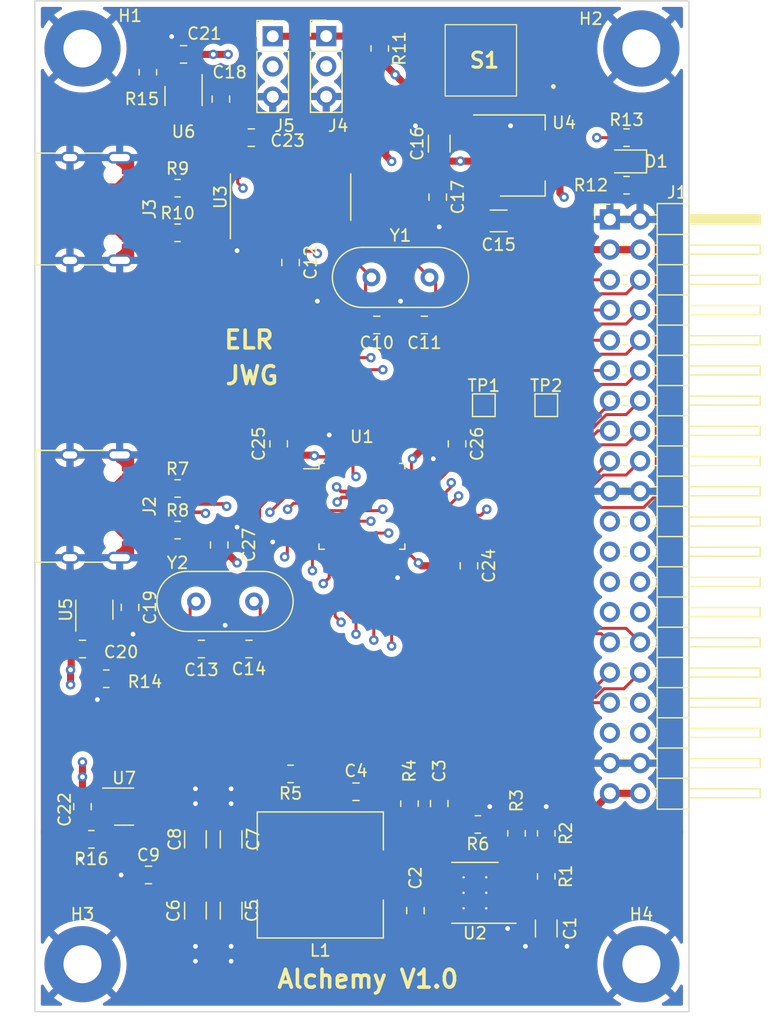
<source format=kicad_pcb>
(kicad_pcb (version 20211014) (generator pcbnew)
  (layers (0 "F.Cu" signal) (1 "In1.Cu" signal) (2 "In2.Cu" signal) (31 "B.Cu" signal) (34 "B.Paste" user) (35 "F.Paste" user) (36 "B.SilkS" user "B.Silkscreen") (37 "F.SilkS" user "F.Silkscreen") (38 "B.Mask" user) (39 "F.Mask" user) (44 "Edge.Cuts" user))
  (net 0 "")
  (net 2 "Net-(C10-Pad1)")
  (net 3 "Net-(C11-Pad2)")
  (net 4 "+3V3")
  (net 5 "Net-(C13-Pad1)")
  (net 6 "Net-(C14-Pad1)")
  (net 7 "Net-(D1-Pad1)")
  (net 8 "/I2C1_SDA")
  (net 9 "/I2C1_SCL")
  (net 10 "/UART1_RX")
  (net 11 "/UART1_TX")
  (net 12 "/SPI1_MOSI")
  (net 13 "/SPI1_MISO")
  (net 14 "/SPI1_SCK")
  (net 15 "/SPI1_NCS")
  (net 16 "/SPI2_MOSI")
  (net 17 "/SPI2_MISO")
  (net 18 "/SPI2_SCK")
  (net 19 "/SPI2_NCS")
  (net 20 "/I2C2_SDA")
  (net 21 "/I2C2_SCL")
  (net 22 "/ADC0")
  (net 23 "/ADC1")
  (net 24 "/ADC2")
  (net 25 "/ADC3")
  (net 26 "/ADC4")
  (net 27 "/ADC5")
  (net 28 "/ADC6")
  (net 29 "/ADC7")
  (net 30 "/ADC8")
  (net 31 "/ADC9")
  (net 32 "/GPIO0")
  (net 33 "/GPIO1")
  (net 34 "/GPIO2")
  (net 35 "/GPIO3")
  (net 36 "Net-(J2-PadA5)")
  (net 37 "/USB1DP")
  (net 38 "/USB1DM")
  (net 40 "Net-(J2-PadB5)")
  (net 42 "Net-(J3-PadA5)")
  (net 43 "/USBSDP")
  (net 44 "/USBSDM")
  (net 46 "Net-(J3-PadB5)")
  (net 48 "/BOOT0")
  (net 49 "Net-(J5-Pad2)")
  (net 50 "/~RESET")
  (net 51 "/BOOT1")
  (net 54 "Net-(C18-Pad1)")
  (net 55 "Net-(C19-Pad1)")
  (net 56 "/CH_RXD")
  (net 57 "/CH_TXD")
  (net 58 "Net-(U3-Pad14)")
  (net 59 "Net-(U3-Pad10)")
  (net 61 "Net-(C4-Pad2)")
  (net 62 "Net-(TP1-Pad1)")
  (net 63 "Net-(TP2-Pad1)")
  (net 64 "Net-(R14-Pad1)")
  (net 65 "Net-(R15-Pad1)")
  (net 66 "Net-(R16-Pad1)")
  (net 69 "Net-(C2-Pad2)")
  (net 70 "Net-(R1-Pad1)")
  (net 72 "Net-(R3-Pad2)")
  (net 73 "Net-(C3-Pad1)")
  (net 74 "Net-(C2-Pad1)")
  (net 75 "GND")
  (net 76 "/VM")
  (net 77 "Net-(C3-Pad2)")
  (net 78 "+5V")
  (footprint "Capacitor_SMD:C_0805_2012Metric" (layer "F.Cu") (at 159 103.5 -90)
    (fp_text reference "C24")
    (fp_text value "0.1u" hide)
  )
  (footprint "Connector_USB:USB_C_Receptacle_HRO_TYPE-C-31-M-12" (layer "F.Cu") (at 126.5 73.5 -90)
    (fp_text reference "J3")
    (fp_text value "USB_C_Receptacle_USB2.0" hide)
  )
  (footprint "LED_SMD:LED_0805_2012Metric" (layer "F.Cu") (at 172.25 69.5 180)
    (fp_text reference "D1")
    (fp_text value "ORANGE" hide)
  )
  (footprint "Capacitor_SMD:C_0805_2012Metric" (layer "F.Cu") (at 135 60.5 180)
    (fp_text reference "C21")
    (fp_text value "0.1u" hide)
  )
  (footprint "SamacSys_Parts:LL3301NF065QG" (layer "F.Cu") (at 160 61 180)
    (fp_text reference "S1")
    (fp_text value "LL3301NF065QG" hide)
  )
  (footprint "Resistor_SMD:R_0805_2012Metric" (layer "F.Cu") (at 134.5 100.5)
    (fp_text reference "R8")
    (fp_text value "5K1" hide)
  )
  (footprint "Capacitor_SMD:C_0805_2012Metric" (layer "F.Cu") (at 126.5 123.75 -90)
    (fp_text reference "C22")
    (fp_text value "0.1u" hide)
  )
  (footprint "MountingHole:MountingHole_3.2mm_M3_Pad" (layer "F.Cu") (at 126.5 137)
    (fp_text reference "H3")
    (fp_text value "MountingHole_Pad")
  )
  (footprint "Resistor_SMD:R_0805_2012Metric" (layer "F.Cu") (at 134.5 97)
    (fp_text reference "R7")
    (fp_text value "5K1" hide)
  )
  (footprint "Capacitor_SMD:C_0805_2012Metric" (layer "F.Cu") (at 156.5 123.5 90)
    (fp_text reference "C3")
    (fp_text value "2.2n" hide)
  )
  (footprint "Resistor_SMD:R_0805_2012Metric" (layer "F.Cu") (at 172.25 67.5 180)
    (fp_text reference "R13")
    (fp_text value "4.7K" hide)
  )
  (footprint "TestPoint:TestPoint_Pad_1.5x1.5mm" (layer "F.Cu") (at 160.25 90)
    (fp_text reference "TP1")
    (fp_text value "SWCLK" hide)
  )
  (footprint "Inductor_SMD:L_10.4x10.4_H4.8" (layer "F.Cu") (at 146.5 129.5 180)
    (fp_text reference "L1")
    (fp_text value "100u" hide)
  )
  (footprint "Capacitor_SMD:C_1206_3216Metric" (layer "F.Cu") (at 139 126.5 -90)
    (fp_text reference "C7")
    (fp_text value "22u" hide)
  )
  (footprint "Resistor_SMD:R_0805_2012Metric" (layer "F.Cu") (at 163 126 -90)
    (fp_text reference "R3")
    (fp_text value "100k" hide)
  )
  (footprint "Connector_PinHeader_2.54mm:PinHeader_2x20_P2.54mm_Horizontal" (layer "F.Cu") (at 170.85 74.375)
    (fp_text reference "J1")
    (fp_text value "Conn_02x20_Odd_Even")
  )
  (footprint "Capacitor_SMD:C_0805_2012Metric" (layer "F.Cu") (at 149.5 122.5 180)
    (fp_text reference "C4")
    (fp_text value "2.2n" hide)
  )
  (footprint "Capacitor_SMD:C_0805_2012Metric" (layer "F.Cu") (at 136.5 110.5)
    (fp_text reference "C13")
    (fp_text value "20p" hide)
  )
  (footprint "Capacitor_SMD:C_1206_3216Metric" (layer "F.Cu") (at 139 132.5 90)
    (fp_text reference "C5")
    (fp_text value "22u" hide)
  )
  (footprint "Capacitor_SMD:C_0805_2012Metric" (layer "F.Cu") (at 138.14 64.261252 90)
    (fp_text reference "C18")
    (fp_text value "0.1u" hide)
  )
  (footprint "Crystal:Crystal_HC49-4H_Vertical" (layer "F.Cu") (at 150.8 79.25)
    (fp_text reference "Y1")
    (fp_text value "12Mz")
  )
  (footprint "Resistor_SMD:R_0805_2012Metric" (layer "F.Cu") (at 165.5 129.62 -90)
    (fp_text reference "R1")
    (fp_text value "100k" hide)
  )
  (footprint "Capacitor_SMD:C_0805_2012Metric" (layer "F.Cu") (at 151.25 83.25)
    (fp_text reference "C10")
    (fp_text value "20p" hide)
  )
  (footprint "Resistor_SMD:R_0805_2012Metric" (layer "F.Cu") (at 144 121 180)
    (fp_text reference "R5")
    (fp_text value "330k" hide)
  )
  (footprint "Capacitor_SMD:C_1206_3216Metric" (layer "F.Cu") (at 136 132.5 90)
    (fp_text reference "C6")
    (fp_text value "22u" hide)
  )
  (footprint "Resistor_SMD:R_0805_2012Metric" (layer "F.Cu") (at 134.5 75.5)
    (fp_text reference "R10")
    (fp_text value "5K1" hide)
  )
  (footprint "Connector_PinHeader_2.54mm:PinHeader_1x03_P2.54mm_Vertical" (layer "F.Cu") (at 142.5 58.975)
    (fp_text reference "J5")
    (fp_text value "Conn_01x03" hide)
  )
  (footprint "Resistor_SMD:R_0805_2012Metric" (layer "F.Cu") (at 154 123.5 90)
    (fp_text reference "R4")
    (fp_text value "560k" hide)
  )
  (footprint "Connector_PinHeader_2.54mm:PinHeader_1x03_P2.54mm_Vertical" (layer "F.Cu") (at 147 58.96)
    (fp_text reference "J4")
    (fp_text value "Conn_01x03" hide)
  )
  (footprint "Capacitor_SMD:C_0805_2012Metric" (layer "F.Cu") (at 126.5 110.5)
    (fp_text reference "C20")
    (fp_text value "0.1u" hide)
  )
  (footprint "Capacitor_SMD:C_0805_2012Metric" (layer "F.Cu") (at 156.375 72.5 -90)
    (fp_text reference "C17")
    (fp_text value "1u" hide)
  )
  (footprint "Capacitor_SMD:C_0805_2012Metric" (layer "F.Cu") (at 143 93.25 90)
    (fp_text reference "C25")
    (fp_text value "0.1u" hide)
  )
  (footprint "Package_TO_SOT_SMD:SOT-23-5" (layer "F.Cu") (at 130 123.75)
    (fp_text reference "U7")
    (fp_text value "MT9700" hide)
  )
  (footprint "Capacitor_SMD:C_0805_2012Metric" (layer "F.Cu") (at 140.7 67.5)
    (fp_text reference "C23")
    (fp_text value "0.1u")
  )
  (footprint "Package_TO_SOT_SMD:SOT-23-5" (layer "F.Cu") (at 127.5 107.2 90)
    (fp_text reference "U5")
    (fp_text value "MT9700" hide)
  )
  (footprint "Resistor_SMD:R_0805_2012Metric" (layer "F.Cu") (at 172.25 71.5)
    (fp_text reference "R12")
    (fp_text value "470" hide)
  )
  (footprint "Resistor_SMD:R_0805_2012Metric" (layer "F.Cu") (at 151.5 60 -90)
    (fp_text reference "R11")
    (fp_text value "4.7K" hide)
  )
  (footprint "Capacitor_SMD:C_0805_2012Metric" (layer "F.Cu") (at 155.25 83.25)
    (fp_text reference "C11")
    (fp_text value "20p" hide)
  )
  (footprint "Connector_USB:USB_C_Receptacle_HRO_TYPE-C-31-M-12" (layer "F.Cu") (at 126.5 98.5 -90)
    (fp_text reference "J2")
    (fp_text value "USB_C_Receptacle_USB2.0" hide)
  )
  (footprint "Capacitor_SMD:C_1206_3216Metric" (layer "F.Cu") (at 136 126.5 -90)
    (fp_text reference "C8")
    (fp_text value "22u" hide)
  )
  (footprint "Capacitor_SMD:C_1206_3216Metric" (layer "F.Cu") (at 156.5 68 90)
    (fp_text reference "C16")
    (fp_text value "10u" hide)
  )
  (footprint "CH32V203:CH32V203C8T6_LQFP-48_7x7mm_P0.5mm" (layer "F.Cu") (at 150 98.5)
    (fp_text reference "U1")
    (fp_text value "CH32V203C8T6" hide)
  )
  (footprint "Capacitor_SMD:C_0805_2012Metric" (layer "F.Cu") (at 132.05 129.5)
    (fp_text reference "C9")
    (fp_text value "0.1u" hide)
  )
  (footprint "Resistor_SMD:R_0805_2012Metric" (layer "F.Cu") (at 127.25 126.5 180)
    (fp_text reference "R16")
    (fp_text value "4.7k" hide)
  )
  (footprint "Package_TO_SOT_SMD:SOT-223-3_TabPin2" (layer "F.Cu") (at 163.5 69)
    (fp_text reference "U4")
    (fp_text value "AMS1117-3.3" hide)
  )
  (footprint "Capacitor_SMD:C_0805_2012Metric" (layer "F.Cu") (at 140.5 110.5 180)
    (fp_text reference "C14")
    (fp_text value "20p" hide)
  )
  (footprint "Capacitor_SMD:C_0805_2012Metric" (layer "F.Cu") (at 130.5 107 -90)
    (fp_text reference "C19")
    (fp_text value "0.1u" hide)
  )
  (footprint "Resistor_SMD:R_0805_2012Metric" (layer "F.Cu") (at 159.75 125.25 180)
    (fp_text reference "R6")
    (fp_text value "100k" hide)
  )
  (footprint "MountingHole:MountingHole_3.2mm_M3_Pad" (layer "F.Cu") (at 173.5 60)
    (fp_text reference "H2")
    (fp_text value "MountingHole_Pad")
  )
  (footprint "Resistor_SMD:R_0805_2012Metric" (layer "F.Cu") (at 165.5 126 -90)
    (fp_text reference "R2")
    (fp_text value "22k" hide)
  )
  (footprint "Crystal:Crystal_HC49-4H_Vertical" (layer "F.Cu") (at 136.05 106.5)
    (fp_text reference "Y2")
    (fp_text value "8MHz" hide)
  )
  (footprint "Capacitor_SMD:C_0805_2012Metric" (layer "F.Cu") (at 154.5 132.5 -90)
    (fp_text reference "C2")
    (fp_text value "2.2n" hide)
  )
  (footprint "MountingHole:MountingHole_3.2mm_M3_Pad" (layer "F.Cu") (at 173.5 137)
    (fp_text reference "H4")
    (fp_text value "MountingHole_Pad")
  )
  (footprint "Resistor_SMD:R_0805_2012Metric" (layer "F.Cu") (at 128.5 113 180)
    (fp_text reference "R14")
    (fp_text value "4.7k" hide)
  )
  (footprint "Package_SO:SOP-16_3.9x9.9mm_P1.27mm" (layer "F.Cu") (at 144 72.5 90)
    (fp_text reference "U3")
    (fp_text value "CH340G" hide)
  )
  (footprint "Package_SO:HSOP-8-1EP_3.9x4.9mm_P1.27mm_EP2.41x3.1mm_ThermalVias" (layer "F.Cu") (at 159.5 131 180)
    (fp_text reference "U2")
    (fp_text value "LM5164DDA" hide)
  )
  (footprint "Resistor_SMD:R_0805_2012Metric" (layer "F.Cu") (at 134.5 71.75)
    (fp_text reference "R9")
    (fp_text value "5K1" hide)
  )
  (footprint "Capacitor_SMD:C_0805_2012Metric" (layer "F.Cu") (at 144 78 -90)
    (fp_text reference "C12")
    (fp_text value "0.1u" hide)
  )
  (footprint "TestPoint:TestPoint_Pad_1.5x1.5mm" (layer "F.Cu") (at 165.5 90)
    (fp_text reference "TP2")
    (fp_text value "SWDIO" hide)
  )
  (footprint "Package_TO_SOT_SMD:SOT-23-5" (layer "F.Cu") (at 135 64 -90)
    (fp_text reference "U6")
    (fp_text value "MT9700" hide)
  )
  (footprint "Capacitor_SMD:C_0805_2012Metric" (layer "F.Cu") (at 138 101.75 90)
    (fp_text reference "C27")
    (fp_text value "0.1u" hide)
  )
  (footprint "MountingHole:MountingHole_3.2mm_M3_Pad" (layer "F.Cu") (at 126.5 60)
    (fp_text reference "H1")
    (fp_text value "MountingHole_Pad")
  )
  (footprint "Capacitor_SMD:C_0805_2012Metric" (layer "F.Cu") (at 158 93.25 -90)
    (fp_text reference "C26")
    (fp_text value "0.1u" hide)
  )
  (footprint "Capacitor_SMD:C_1206_3216Metric" (layer "F.Cu") (at 165.5 134 90)
    (fp_text reference "C1")
    (fp_text value "2.2u" hide)
  )
  (footprint "Capacitor_SMD:C_1206_3216Metric" (layer "F.Cu") (at 161.5 74.5)
    (fp_text reference "C15")
    (fp_text value "10u" hide)
  )
  (footprint "Resistor_SMD:R_0805_2012Metric" (layer "F.Cu") (at 132 62 90)
    (fp_text reference "R15")
    (fp_text value "4.7k" hide)
  )
  (gr_rect locked (start 122.5 56) (end 177.5 141) (layer "Edge.Cuts") (width 0.1) (fill none))
  (gr_text "JWG" (at 140.75 87.5) (layer "F.SilkS") (effects (font (size 1.5 1.5) (thickness 0.3))))
  (gr_text "ELR" (at 140.5 84.5) (layer "F.SilkS") (effects (font (size 1.5 1.5) (thickness 0.3))))
  (gr_text "Alchemy V1.0" (at 150.5 138.25) (layer "F.SilkS") (effects (font (size 1.5 1.5) (thickness 0.3))))
  (segment (start 150.3 79.75) (end 150.8 79.25) (width 0.25) (layer "F.Cu") (net 2))
  (segment (start 147.175 75) (end 147.175 75.625) (width 0.25) (layer "F.Cu") (net 2))
  (segment (start 150.3 83.75) (end 150.3 79.75) (width 0.25) (layer "F.Cu") (net 2))
  (segment (start 147.175 75.625) (end 150.8 79.25) (width 0.25) (layer "F.Cu") (net 2))
  (segment (start 156.2 83.75) (end 156.2 79.77) (width 0.25) (layer "F.Cu") (net 3))
  (segment (start 151.43 75) (end 155.68 79.25) (width 0.25) (layer "F.Cu") (net 3))
  (segment (start 148.445 75) (end 151.43 75) (width 0.25) (layer "F.Cu") (net 3))
  (segment (start 156.2 79.77) (end 155.68 79.25) (width 0.25) (layer "F.Cu") (net 3))
  (segment (start 146.25 67) (end 152 67) (width 0.6) (layer "F.Cu") (net 4))
  (segment (start 143 94.2) (end 145.95 94.2) (width 0.6) (layer "F.Cu") (net 4))
  (segment (start 154.1625 102.6625) (end 152.75 102.6625) (width 0.25) (layer "F.Cu") (net 4))
  (segment (start 143.725 102.525) (end 143.725 101.025) (width 0.25) (layer "F.Cu") (net 4))
  (segment (start 146.985 58.975) (end 147 58.96) (width 0.6) (layer "F.Cu") (net 4))
  (segment (start 146.05 77.05) (end 146.25 77.25) (width 0.25) (layer "F.Cu") (net 4))
  (segment (start 145.905 67.345) (end 146.25 67) (width 0.6) (layer "F.Cu") (net 4))
  (segment (start 143.5 102.75) (end 143.725 102.525) (width 0.25) (layer "F.Cu") (net 4))
  (segment (start 160.35 69) (end 166.65 69) (width 0.6) (layer "F.Cu") (net 4))
  (segment (start 154.1625 95.75) (end 154.1625 94.5875) (width 0.25) (layer "F.Cu") (net 4))
  (segment (start 158.275 69.475) (end 159.875 69.475) (width 0.6) (layer "F.Cu") (net 4))
  (segment (start 159.875 69.475) (end 160.35 69) (width 0.6) (layer "F.Cu") (net 4))
  (segment (start 145 99.75) (end 145.8375 99.75) (width 0.25) (layer "F.Cu") (net 4))
  (segment (start 142.5 58.975) (end 146.985 58.975) (width 0.6) (layer "F.Cu") (net 4))
  (segment (start 152 67) (end 152 65.25) (width 0.6) (layer "F.Cu") (net 4))
  (segment (start 156.5 71.425) (end 156.375 71.55) (width 0.6) (layer "F.Cu") (net 4))
  (segment (start 152 69) (end 152 67) (width 0.6) (layer "F.Cu") (net 4))
  (segment (start 166.65 69) (end 166.65 72.15) (width 0.6) (layer "F.Cu") (net 4))
  (segment (start 155 103.5) (end 158.05 103.5) (width 0.6) (layer "F.Cu") (net 4))
  (segment (start 147.25 94.3375) (end 146.0875 94.3375) (width 0.3) (layer "F.Cu") (net 4))
  (segment (start 139.555 70) (end 139.555 67.695) (width 0.25) (layer "F.Cu") (net 4))
  (segment (start 156.5 69.475) (end 158.275 69.475) (width 0.6) (layer "F.Cu") (net 4))
  (segment (start 154.75 103.25) (end 155 103.5) (width 0.6) (layer "F.Cu") (net 4))
  (segment (start 154.1625 94.5875) (end 154.25 94.5) (width 0.25) (layer "F.Cu") (net 4))
  (segment (start 144.635 70) (end 145.905 70) (width 0.6) (layer "F.Cu") (net 4))
  (segment (start 139.555 67.695) (end 139.75 67.5) (width 0.25) (layer "F.Cu") (net 4))
  (segment (start 154.75 103.25) (end 154.1625 102.6625) (width 0.25) (layer "F.Cu") (net 4))
  (segment (start 152.5 69.5) (end 152 69) (width 0.6) (layer "F.Cu") (net 4))
  (segment (start 149.54 58.96) (end 151.3725 58.96) (width 0.6) (layer "F.Cu") (net 4))
  (segment (start 147 58.96) (end 149.54 58.96) (width 0.6) (layer "F.Cu") (net 4))
  (segment (start 152 65.25) (end 149.54 62.79) (width 0.6) (layer "F.Cu") (net 4))
  (segment (start 138.95 102.7) (end 139.5 103.25) (width 0.6) (layer "F.Cu") (net 4))
  (segment (start 143.365 76.415) (end 144 77.05) (width 0.25) (layer "F.Cu") (net 4))
  (segment (start 156.5 69.475) (end 156.5 71.425) (width 0.6) (layer "F.Cu") (net 4))
  (segment (start 139.555 70) (end 139.555 71.305) (width 0.25) (layer "F.Cu") (net 4))
  (segment (start 151.3725 58.96) (end 151.5 59.0875) (width 0.6) (layer "F.Cu") (net 4))
  (segment (start 145.95 94.2) (end 146 94.25) (width 0.6) (layer "F.Cu") (net 4))
  (segment (start 158 92.3) (end 156.45 92.3) (width 0.6) (layer "F.Cu") (net 4))
  (segment (start 171.3125 69.5) (end 167.15 69.5) (width 0.6) (layer "F.Cu") (net 4))
  (segment (start 138 102.7) (end 138.95 102.7) (width 0.6) (layer "F.Cu") (net 4))
  (segment (start 145.905 70) (end 145.905 67.345) (width 0.6) (layer "F.Cu") (net 4))
  (segment (start 143.725 101.025) (end 145 99.75) (width 0.25) (layer "F.Cu") (net 4))
  (segment (start 146.0875 94.3375) (end 146 94.25) (width 0.3) (layer "F.Cu") (net 4))
  (segment (start 149.54 62.79) (end 149.54 58.96) (width 0.6) (layer "F.Cu") (net 4))
  (segment (start 158.05 103.5) (end 159 102.55) (width 0.6) (layer "F.Cu") (net 4))
  (segment (start 156.45 92.3) (end 154.25 94.5) (width 0.6) (layer "F.Cu") (net 4))
  (segment (start 167.15 69.5) (end 166.65 69) (width 0.6) (layer "F.Cu") (net 4))
  (segment (start 143.365 75) (end 143.365 76.415) (width 0.25) (layer "F.Cu") (net 4))
  (segment (start 166.65 72.15) (end 167 72.5) (width 0.6) (layer "F.Cu") (net 4))
  (segment (start 144 77.05) (end 146.05 77.05) (width 0.25) (layer "F.Cu") (net 4))
  (segment (start 139.555 71.305) (end 140 71.75) (width 0.25) (layer "F.Cu") (net 4))
  (via (at 154.25 94.5) (size 0.8) (drill 0.4) (layers "F.Cu" "B.Cu") (net 4))
  (via (at 158.275 69.475) (size 0.8) (drill 0.4) (layers "F.Cu" "B.Cu") (net 4))
  (via (at 143.5 102.75) (size 0.8) (drill 0.4) (layers "F.Cu" "B.Cu") (net 4))
  (via (at 167 72.5) (size 0.8) (drill 0.4) (layers "F.Cu" "B.Cu") (net 4))
  (via (at 146 94.25) (size 0.8) (drill 0.4) (layers "F.Cu" "B.Cu") (net 4))
  (via (at 140 71.75) (size 0.8) (drill 0.4) (layers "F.Cu" "B.Cu") (net 4))
  (via (at 152.5 69.5) (size 0.8) (drill 0.4) (layers "F.Cu" "B.Cu") (net 4))
  (via (at 146.25 77.25) (size 0.8) (drill 0.4) (layers "F.Cu" "B.Cu") (net 4))
  (via (at 139.5 103.25) (size 0.8) (drill 0.4) (layers "F.Cu" "B.Cu") (net 4))
  (via (at 154.75 103.25) (size 0.8) (drill 0.4) (layers "F.Cu" "B.Cu") (net 4))
  (segment (start 135.55 107) (end 136.05 106.5) (width 0.25) (layer "F.Cu") (net 5))
  (segment (start 135.55 110.5) (end 135.55 107) (width 0.25) (layer "F.Cu") (net 5))
  (segment (start 142.262299 99) (end 143.512299 97.75) (width 0.25) (layer "F.Cu") (net 5))
  (segment (start 143.512299 97.75) (end 145.8375 97.75) (width 0.25) (layer "F.Cu") (net 5))
  (via (at 142.262299 99) (size 0.8) (drill 0.4) (layers "F.Cu" "B.Cu") (net 5))
  (segment (start 143.75 98.75) (end 144.25 98.25) (width 0.25) (layer "F.Cu") (net 6))
  (segment (start 144.25 98.25) (end 145.8375 98.25) (width 0.25) (layer "F.Cu") (net 6))
  (segment (start 141.45 107.02) (end 140.93 106.5) (width 0.25) (layer "F.Cu") (net 6))
  (segment (start 141.45 110.5) (end 141.45 107.02) (width 0.25) (layer "F.Cu") (net 6))
  (via (at 143.75 98.75) (size 0.8) (drill 0.4) (layers "F.Cu" "B.Cu") (net 6))
  (segment (start 173.1625 71.5) (end 173.1625 69.525) (width 0.6) (layer "F.Cu") (net 7))
  (segment (start 173.1625 69.525) (end 173.1875 69.5) (width 0.6) (layer "F.Cu") (net 7))
  (segment (start 148.25 92.977208) (end 148.25 94.3375) (width 0.25) (layer "F.Cu") (net 8))
  (segment (start 161.772208 79.455) (end 148.25 92.977208) (width 0.25) (layer "F.Cu") (net 8))
  (segment (start 170.85 79.455) (end 161.772208 79.455) (width 0.25) (layer "F.Cu") (net 8))
  (segment (start 172.215 80.63) (end 161.233604 80.63) (width 0.25) (layer "F.Cu") (net 9))
  (segment (start 173.39 79.455) (end 172.215 80.63) (width 0.25) (layer "F.Cu") (net 9))
  (segment (start 148.75 93.113604) (end 148.75 94.3375) (width 0.25) (layer "F.Cu") (net 9))
  (segment (start 161.233604 80.63) (end 148.75 93.113604) (width 0.25) (layer "F.Cu") (net 9))
  (segment (start 160.511497 81.995) (end 149.75 92.756497) (width 0.25) (layer "F.Cu") (net 10))
  (segment (start 170.85 81.995) (end 160.511497 81.995) (width 0.25) (layer "F.Cu") (net 10))
  (segment (start 149.75 92.756497) (end 149.75 94.3375) (width 0.25) (layer "F.Cu") (net 10))
  (segment (start 150.25 92.892893) (end 150.25 94.3375) (width 0.25) (layer "F.Cu") (net 11))
  (segment (start 159.972893 83.17) (end 150.25 92.892893) (width 0.25) (layer "F.Cu") (net 11))
  (segment (start 173.39 81.995) (end 172.215 83.17) (width 0.25) (layer "F.Cu") (net 11))
  (segment (start 172.215 83.17) (end 159.972893 83.17) (width 0.25) (layer "F.Cu") (net 11))
  (segment (start 159.244289 84.535) (end 150.75 93.029289) (width 0.25) (layer "F.Cu") (net 12))
  (segment (start 150.75 93.029289) (end 150.75 94.3375) (width 0.25) (layer "F.Cu") (net 12))
  (segment (start 170.85 84.535) (end 159.244289 84.535) (width 0.25) (layer "F.Cu") (net 12))
  (segment (start 158.705685 85.71) (end 151.25 93.165685) (width 0.25) (layer "F.Cu") (net 13))
  (segment (start 173.39 84.535) (end 172.215 85.71) (width 0.25) (layer "F.Cu") (net 13))
  (segment (start 172.215 85.71) (end 158.705685 85.71) (width 0.25) (layer "F.Cu") (net 13))
  (segment (start 151.25 93.165685) (end 151.25 94.3375) (width 0.25) (layer "F.Cu") (net 13))
  (segment (start 157.977081 87.075) (end 151.75 93.302081) (width 0.25) (layer "F.Cu") (net 14))
  (segment (start 151.75 93.302081) (end 151.75 94.3375) (width 0.25) (layer "F.Cu") (net 14))
  (segment (start 170.85 87.075) (end 157.977081 87.075) (width 0.25) (layer "F.Cu") (net 14))
  (segment (start 152.25 93.438477) (end 152.25 94.3375) (width 0.25) (layer "F.Cu") (net 15))
  (segment (start 157.438477 88.25) (end 152.25 93.438477) (width 0.25) (layer "F.Cu") (net 15))
  (segment (start 172.215 88.25) (end 157.438477 88.25) (width 0.25) (layer "F.Cu") (net 15))
  (segment (start 173.39 87.075) (end 172.215 88.25) (width 0.25) (layer "F.Cu") (net 15))
  (segment (start 170.85 89.615) (end 170.85 90.15) (width 0.25) (layer "F.Cu") (net 16))
  (segment (start 160.977208 99.75) (end 154.1625 99.75) (width 0.25) (layer "F.Cu") (net 16))
  (segment (start 169.208604 91.498299) (end 169.208604 91.518604) (width 0.25) (layer "F.Cu") (net 16))
  (segment (start 170.366903 90.34) (end 169.208604 91.498299) (width 0.25) (layer "F.Cu") (net 16))
  (segment (start 170.85 90.15) (end 170.66 90.34) (width 0.25) (layer "F.Cu") (net 16))
  (segment (start 170.66 90.34) (end 170.366903 90.34) (width 0.25) (layer "F.Cu") (net 16))
  (segment (start 169.208604 91.518604) (end 160.977208 99.75) (width 0.25) (layer "F.Cu") (net 16))
  (segment (start 172.215 90.79) (end 170.553299 90.79) (width 0.25) (layer "F.Cu") (net 17))
  (segment (start 170.553299 90.79) (end 169.658604 91.684695) (width 0.25) (layer "F.Cu") (net 17))
  (segment (start 169.658604 91.684695) (end 169.658604 91.705) (width 0.25) (layer "F.Cu") (net 17))
  (segment (start 169.658604 91.705) (end 161.113604 100.25) (width 0.25) (layer "F.Cu") (net 17))
  (segment (start 161.113604 100.25) (end 154.1625 100.25) (width 0.25) (layer "F.Cu") (net 17))
  (segment (start 173.39 89.615) (end 172.215 90.79) (width 0.25) (layer "F.Cu") (net 17))
  (segment (start 161.25 100.75) (end 169.845 92.155) (width 0.25) (layer "F.Cu") (net 18))
  (segment (start 154.1625 100.75) (end 161.25 100.75) (width 0.25) (layer "F.Cu") (net 18))
  (segment (start 169.845 92.155) (end 170.85 92.155) (width 0.25) (layer "F.Cu") (net 18))
  (segment (start 169.306396 93.33) (end 172.215 93.33) (width 0.25) (layer "F.Cu") (net 19))
  (segment (start 172.215 93.33) (end 173.39 92.155) (width 0.25) (layer "F.Cu") (net 19))
  (segment (start 161.386396 101.25) (end 169.306396 93.33) (width 0.25) (layer "F.Cu") (net 19))
  (segment (start 154.1625 101.25) (end 161.386396 101.25) (width 0.25) (layer "F.Cu") (net 19))
  (segment (start 159.995 105.55) (end 152.55 105.55) (width 0.25) (layer "F.Cu") (net 20))
  (segment (start 151.75 104.75) (end 151.75 102.6625) (width 0.25) (layer "F.Cu") (net 20))
  (segment (start 170.85 94.695) (end 159.995 105.55) (width 0.25) (layer "F.Cu") (net 20))
  (segment (start 152.55 105.55) (end 151.75 104.75) (width 0.25) (layer "F.Cu") (net 20))
  (segment (start 152 106) (end 151.25 105.25) (width 0.25) (layer "F.Cu") (net 21))
  (segment (start 170.311396 95.87) (end 160.181396 106) (width 0.25) (layer "F.Cu") (net 21))
  (segment (start 173.39 94.695) (end 172.215 95.87) (width 0.25) (layer "F.Cu") (net 21))
  (segment (start 172.215 95.87) (end 170.311396 95.87) (width 0.25) (layer "F.Cu") (net 21))
  (segment (start 151.25 105.25) (end 151.25 102.6625) (width 0.25) (layer "F.Cu") (net 21))
  (segment (start 160.181396 106) (end 152 106) (width 0.25) (layer "F.Cu") (net 21))
  (segment (start 147.140685 99.75) (end 146.640685 100.25) (width 0.25) (layer "F.Cu") (net 22))
  (segment (start 146.640685 100.25) (end 145.8375 100.25) (width 0.25) (layer "F.Cu") (net 22))
  (segment (start 150.75 99.75) (end 147.140685 99.75) (width 0.25) (layer "F.Cu") (net 22))
  (via (at 150.75 99.75) (size 0.8) (drill 0.4) (layers "F.Cu" "B.Cu") (net 22))
  (segment (start 152.25 100.75) (end 145.8375 100.75) (width 0.25) (layer "F.Cu") (net 23))
  (via (at 152.25 100.75) (size 0.8) (drill 0.4) (layers "F.Cu" "B.Cu") (net 23))
  (segment (start 145.8375 103.9125) (end 145.8375 101.25) (width 0.25) (layer "F.Cu") (net 24))
  (via (at 145.8375 103.9125) (size 0.8) (drill 0.4) (layers "F.Cu" "B.Cu") (net 24))
  (segment (start 147.25 104.5) (end 146.75 105) (width 0.25) (layer "F.Cu") (net 25))
  (segment (start 147.25 102.6625) (end 147.25 104.5) (width 0.25) (layer "F.Cu") (net 25))
  (via (at 146.75 105) (size 0.8) (drill 0.4) (layers "F.Cu" "B.Cu") (net 25))
  (segment (start 148.25 108.25) (end 147.75 107.75) (width 0.25) (layer "F.Cu") (net 26))
  (segment (start 147.75 107.75) (end 147.75 102.6625) (width 0.25) (layer "F.Cu") (net 26))
  (via (at 148.25 108.25) (size 0.8) (drill 0.4) (layers "F.Cu" "B.Cu") (net 26))
  (segment (start 149.5 109.25) (end 149.5 108.25) (width 0.25) (layer "F.Cu") (net 27))
  (segment (start 148.25 107) (end 148.25 102.6625) (width 0.25) (layer "F.Cu") (net 27))
  (segment (start 149.5 108.25) (end 148.25 107) (width 0.25) (layer "F.Cu") (net 27))
  (via (at 149.5 109.25) (size 0.8) (drill 0.4) (layers "F.Cu" "B.Cu") (net 27))
  (segment (start 151 109.75) (end 151 108.75) (width 0.25) (layer "F.Cu") (net 28))
  (segment (start 148.75 106.5) (end 148.75 102.6625) (width 0.25) (layer "F.Cu") (net 28))
  (segment (start 151 108.75) (end 148.75 106.5) (width 0.25) (layer "F.Cu") (net 28))
  (via (at 151 109.75) (size 0.8) (drill 0.4) (layers "F.Cu" "B.Cu") (net 28))
  (segment (start 152.5 110.25) (end 152.5 109.045584) (width 0.25) (layer "F.Cu") (net 29))
  (segment (start 149.25 105.795584) (end 149.25 102.6625) (width 0.25) (layer "F.Cu") (net 29))
  (segment (start 152.5 109.045584) (end 149.25 105.795584) (width 0.25) (layer "F.Cu") (net 29))
  (via (at 152.5 110.25) (size 0.8) (drill 0.4) (layers "F.Cu" "B.Cu") (net 29))
  (segment (start 157.95 107.45) (end 151.540812 107.45) (width 0.25) (layer "F.Cu") (net 30))
  (segment (start 159.71 109.21) (end 157.95 107.45) (width 0.25) (layer "F.Cu") (net 30))
  (segment (start 149.75 105.659188) (end 149.75 102.6625) (width 0.25) (layer "F.Cu") (net 30))
  (segment (start 170.85 109.935) (end 170.125 109.21) (width 0.25) (layer "F.Cu") (net 30))
  (segment (start 151.540812 107.45) (end 149.75 105.659188) (width 0.25) (layer "F.Cu") (net 30))
  (segment (start 170.125 109.21) (end 159.71 109.21) (width 0.25) (layer "F.Cu") (net 30))
  (segment (start 150.25 105.522792) (end 150.25 102.6625) (width 0.25) (layer "F.Cu") (net 31))
  (segment (start 172.215 108.76) (end 159.896396 108.76) (width 0.25) (layer "F.Cu") (net 31))
  (segment (start 151.727208 107) (end 150.25 105.522792) (width 0.25) (layer "F.Cu") (net 31))
  (segment (start 158.136396 107) (end 151.727208 107) (width 0.25) (layer "F.Cu") (net 31))
  (segment (start 159.896396 108.76) (end 158.136396 107) (width 0.25) (layer "F.Cu") (net 31))
  (segment (start 173.39 109.935) (end 172.215 108.76) (width 0.25) (layer "F.Cu") (net 31))
  (segment (start 169.21 114.115) (end 152.365 114.115) (width 0.25) (layer "F.Cu") (net 32))
  (segment (start 170.85 112.475) (end 169.21 114.115) (width 0.25) (layer "F.Cu") (net 32))
  (segment (start 141.4 98.6) (end 142.75 97.25) (width 0.25) (layer "F.Cu") (net 32))
  (segment (start 141.4 103.15) (end 141.4 98.6) (width 0.25) (layer "F.Cu") (net 32))
  (segment (start 142.75 97.25) (end 145.8375 97.25) (width 0.25) (layer "F.Cu") (net 32))
  (segment (start 152.365 114.115) (end 141.4 103.15) (width 0.25) (layer "F.Cu") (net 32))
  (segment (start 140.95 103.336396) (end 140.95 98.413604) (width 0.25) (layer "F.Cu") (net 33))
  (segment (start 170.363299 113.84) (end 169.638299 114.565) (width 0.25) (layer "F.Cu") (net 33))
  (segment (start 152.178604 114.565) (end 140.95 103.336396) (width 0.25) (layer "F.Cu") (net 33))
  (segment (start 140.95 98.413604) (end 142.613604 96.75) (width 0.25) (layer "F.Cu") (net 33))
  (segment (start 169.638299 114.565) (end 152.178604 114.565) (width 0.25) (layer "F.Cu") (net 33))
  (segment (start 173.39 112.475) (end 172.025 113.84) (width 0.25) (layer "F.Cu") (net 33))
  (segment (start 142.613604 96.75) (end 145.8375 96.75) (width 0.25) (layer "F.Cu") (net 33))
  (segment (start 172.025 113.84) (end 170.363299 113.84) (width 0.25) (layer "F.Cu") (net 33))
  (segment (start 140.5 103.522792) (end 140.5 98.227208) (width 0.25) (layer "F.Cu") (net 34))
  (segment (start 142.477208 96.25) (end 145.8375 96.25) (width 0.25) (layer "F.Cu") (net 34))
  (segment (start 140.5 98.227208) (end 142.477208 96.25) (width 0.25) (layer "F.Cu") (net 34))
  (segment (start 170.85 115.015) (end 151.992208 115.015) (width 0.25) (layer "F.Cu") (net 34))
  (segment (start 151.992208 115.015) (end 140.5 103.522792) (width 0.25) (layer "F.Cu") (net 34))
  (segment (start 160.5 98.75) (end 160 99.25) (width 0.25) (layer "F.Cu") (net 35))
  (segment (start 160 99.25) (end 154.1625 99.25) (width 0.25) (layer "F.Cu") (net 35))
  (via (at 160.5 98.75) (size 0.8) (drill 0.4) (layers "F.Cu" "B.Cu") (net 35))
  (segment (start 130.545 97.25) (end 133.3375 97.25) (width 0.25) (layer "F.Cu") (net 36))
  (segment (start 133.3375 97.25) (end 133.5875 97) (width 0.25) (layer "F.Cu") (net 36))
  (segment (start 130.545 99.25) (end 131.5 99.25) (width 0.25) (layer "F.Cu") (net 37))
  (segment (start 148.25 97.25) (end 154.1625 97.25) (width 0.3) (layer "F.Cu") (net 37))
  (segment (start 131.5 99.25) (end 131.75 99) (width 0.25) (layer "F.Cu") (net 37))
  (segment (start 136.75 99) (end 131.75 99) (width 0.3) (layer "F.Cu") (net 37))
  (segment (start 131.75 98.5) (end 131.75 99) (width 0.25) (layer "F.Cu") (net 37))
  (segment (start 136.84467 99.09467) (end 136.75 99) (width 0.3) (layer "F.Cu") (net 37))
  (segment (start 131.5 98.25) (end 131.75 98.5) (width 0.25) (layer "F.Cu") (net 37))
  (segment (start 147.875 96.875) (end 148.25 97.25) (width 0.3) (layer "F.Cu") (net 37))
  (segment (start 130.545 98.25) (end 131.5 98.25) (width 0.25) (layer "F.Cu") (net 37))
  (via (at 147.875 96.875) (size 0.8) (drill 0.4) (layers "F.Cu" "B.Cu") (net 37))
  (via (at 136.84467 99.09467) (size 0.8) (drill 0.4) (layers "F.Cu" "B.Cu") (net 37))
  (segment (start 129.52 97.75) (end 129.25 98.02) (width 0.25) (layer "F.Cu") (net 38))
  (segment (start 138.625 98.5) (end 138.428248 98.303248) (width 0.3) (layer "F.Cu") (net 38))
  (segment (start 132.433578 98.303248) (end 131.88033 97.75) (width 0.3) (layer "F.Cu") (net 38))
  (segment (start 138.428248 98.303248) (end 132.433578 98.303248) (width 0.3) (layer "F.Cu") (net 38))
  (segment (start 130.545 97.75) (end 129.52 97.75) (width 0.25) (layer "F.Cu") (net 38))
  (segment (start 147.920091 98.139865) (end 148.309956 97.75) (width 0.3) (layer "F.Cu") (net 38))
  (segment (start 130.545 97.75) (end 131.88033 97.75) (width 0.3) (layer "F.Cu") (net 38))
  (segment (start 129.25 98.02) (end 129.25 98.5) (width 0.25) (layer "F.Cu") (net 38))
  (segment (start 129.25 98.5) (end 129.5 98.75) (width 0.25) (layer "F.Cu") (net 38))
  (segment (start 148.309956 97.75) (end 154.1625 97.75) (width 0.3) (layer "F.Cu") (net 38))
  (segment (start 129.5 98.75) (end 130.545 98.75) (width 0.25) (layer "F.Cu") (net 38))
  (via (at 147.920091 98.139865) (size 0.8) (drill 0.4) (layers "F.Cu" "B.Cu") (net 38))
  (via (at 138.625 98.5) (size 0.8) (drill 0.4) (layers "F.Cu" "B.Cu") (net 38))
  (segment (start 133.3375 100.25) (end 133.5875 100.5) (width 0.25) (layer "F.Cu") (net 40))
  (segment (start 130.545 100.25) (end 133.3375 100.25) (width 0.25) (layer "F.Cu") (net 40))
  (segment (start 130.545 72.25) (end 133.0875 72.25) (width 0.25) (layer "F.Cu") (net 42))
  (segment (start 133.0875 72.25) (end 133.5875 71.75) (width 0.25) (layer "F.Cu") (net 42))
  (segment (start 130.545 74.25) (end 131.5 74.25) (width 0.3) (layer "F.Cu") (net 43))
  (segment (start 131.75 74) (end 131.75 73.75) (width 0.3) (layer "F.Cu") (net 43))
  (segment (start 131.85 73.65) (end 143.722107 73.65) (width 0.3) (layer "F.Cu") (net 43))
  (segment (start 131.75 73.75) (end 131.85 73.65) (width 0.3) (layer "F.Cu") (net 43))
  (segment (start 144.635 74.562893) (end 144.635 75) (width 0.3) (layer "F.Cu") (net 43))
  (segment (start 131.75 73.5) (end 131.5 73.25) (width 0.3) (layer "F.Cu") (net 43))
  (segment (start 143.722107 73.65) (end 144.635 74.562893) (width 0.3) (layer "F.Cu") (net 43))
  (segment (start 131.5 74.25) (end 131.75 74) (width 0.3) (layer "F.Cu") (net 43))
  (segment (start 131.5 73.25) (end 130.545 73.25) (width 0.3) (layer "F.Cu") (net 43))
  (segment (start 131.75 73.75) (end 131.75 73.5) (width 0.3) (layer "F.Cu") (net 43))
  (segment (start 132.096752 73.175) (end 144.675 73.175) (width 0.25) (layer "F.Cu") (net 44))
  (segment (start 130.545 72.75) (end 131.671752 72.75) (width 0.25) (layer "F.Cu") (net 44))
  (segment (start 129.25 73.5) (end 129.5 73.75) (width 0.3) (layer "F.Cu") (net 44))
  (segment (start 130.545 72.75) (end 129.52 72.75) (width 0.3) (layer "F.Cu") (net 44))
  (segment (start 129.27 73) (end 129.25 73) (width 0.3) (layer "F.Cu") (net 44))
  (segment (start 131.671752 72.75) (end 132.096752 73.175) (width 0.25) (layer "F.Cu") (net 44))
  (segment (start 129.25 73) (end 129.25 73.5) (width 0.3) (layer "F.Cu") (net 44))
  (segment (start 129.52 72.75) (end 129.27 73) (width 0.3) (layer "F.Cu") (net 44))
  (segment (start 145.905 74.405) (end 145.905 75) (width 0.25) (layer "F.Cu") (net 44))
  (segment (start 129.5 73.75) (end 130.545 73.75) (width 0.3) (layer "F.Cu") (net 44))
  (segment (start 144.675 73.175) (end 145.905 74.405) (width 0.25) (layer "F.Cu") (net 44))
  (segment (start 130.545 75.25) (end 133.3375 75.25) (width 0.25) (layer "F.Cu") (net 46))
  (segment (start 133.3375 75.25) (end 133.5875 75.5) (width 0.25) (layer "F.Cu") (net 46))
  (segment (start 149.25 95.75) (end 149.5 96) (width 0.25) (layer "F.Cu") (net 48))
  (segment (start 149.25 94.3375) (end 149.25 95.75) (width 0.25) (layer "F.Cu") (net 48))
  (via (at 149.5 96) (size 0.8) (drill 0.4) (layers "F.Cu" "B.Cu") (net 48))
  (segment (start 171.3375 67.5) (end 169.75 67.5) (width 0.25) (layer "F.Cu") (net 49))
  (via (at 169.75 67.5) (size 0.8) (drill 0.4) (layers "F.Cu" "B.Cu") (net 49))
  (segment (start 151.635135 98.864865) (end 146.75555 98.864865) (width 0.25) (layer "F.Cu") (net 50))
  (segment (start 146.640685 98.75) (end 145.8375 98.75) (width 0.25) (layer "F.Cu") (net 50))
  (segment (start 153.8375 63.25) (end 155.45 63.25) (width 0.6) (layer "F.Cu") (net 50))
  (segment (start 146.75555 98.864865) (end 146.640685 98.75) (width 0.25) (layer "F.Cu") (net 50))
  (segment (start 151.5 60.9125) (end 152.79375 62.20625) (width 0.6) (layer "F.Cu") (net 50))
  (segment (start 152.79375 62.20625) (end 153.8375 63.25) (width 0.6) (layer "F.Cu") (net 50))
  (segment (start 151.75 98.75) (end 151.635135 98.864865) (width 0.25) (layer "F.Cu") (net 50))
  (via (at 151.75 98.75) (size 0.8) (drill 0.4) (layers "F.Cu" "B.Cu") (net 50))
  (via (at 152.79375 62.20625) (size 0.8) (drill 0.4) (layers "F.Cu" "B.Cu") (net 50))
  (segment (start 174 67.5) (end 174.75 68.25) (width 0.25) (layer "F.Cu") (net 51))
  (segment (start 173.686701 98.6) (end 168.217792 98.6) (width 0.25) (layer "F.Cu") (net 51))
  (segment (start 150.75 105.386396) (end 150.75 102.6625) (width 0.25) (layer "F.Cu") (net 51))
  (segment (start 168.217792 98.6) (end 160.317792 106.5) (width 0.25) (layer "F.Cu") (net 51))
  (segment (start 151.863604 106.5) (end 150.75 105.386396) (width 0.25) (layer "F.Cu") (net 51))
  (segment (start 173.1625 67.5) (end 174 67.5) (width 0.25) (layer "F.Cu") (net 51))
  (segment (start 174.75 68.25) (end 174.75 97.536701) (width 0.25) (layer "F.Cu") (net 51))
  (segment (start 160.317792 106.5) (end 151.863604 106.5) (width 0.25) (layer "F.Cu") (net 51))
  (segment (start 174.75 97.536701) (end 173.686701 98.6) (width 0.25) (layer "F.Cu") (net 51))
  (segment (start 130.545 75.95) (end 129.798444 75.95) (width 0.3) (layer "F.Cu") (net 54))
  (segment (start 127.5 71.5) (end 127.5 75.5) (width 0.6) (layer "F.Cu") (net 54))
  (segment (start 127.5 68.5) (end 127.5 71.5) (width 0.6) (layer "F.Cu") (net 54))
  (segment (start 130.545 71.05) (end 129.798444 71.05) (width 0.3) (layer "F.Cu") (net 54))
  (segment (start 136.023752 65.211252) (end 135.95 65.1375) (width 0.25) (layer "F.Cu") (net 54))
  (segment (start 130.8625 65.1375) (end 127.5 68.5) (width 0.6) (layer "F.Cu") (net 54))
  (segment (start 135.95 65.1375) (end 134.05 65.1375) (width 0.6) (layer "F.Cu") (net 54))
  (segment (start 129.348444 71.5) (end 127.5 71.5) (width 0.3) (layer "F.Cu") (net 54))
  (segment (start 129.798444 71.05) (end 129.348444 71.5) (width 0.3) (layer "F.Cu") (net 54))
  (segment (start 134.05 65.1375) (end 130.8625 65.1375) (width 0.6) (layer "F.Cu") (net 54))
  (segment (start 138.14 65.211252) (end 136.023752 65.211252) (width 0.6) (layer "F.Cu") (net 54))
  (segment (start 129.348444 75.5) (end 127.5 75.5) (width 0.3) (layer "F.Cu") (net 54))
  (segment (start 129.798444 75.95) (end 129.348444 75.5) (width 0.3) (layer "F.Cu") (net 54))
  (segment (start 127.5625 106.0625) (end 126.55 106.0625) (width 0.6) (layer "F.Cu") (net 55))
  (segment (start 130.545 96.05) (end 129.798444 96.05) (width 0.3) (layer "F.Cu") (net 55))
  (segment (start 128.45 106.0625) (end 127.5625 106.0625) (width 0.6) (layer "F.Cu") (net 55))
  (segment (start 127.5625 99.8125) (end 127.5625 96.9375) (width 0.6) (layer "F.Cu") (net 55))
  (segment (start 130.545 100.95) (end 129.798444 100.95) (width 0.3) (layer "F.Cu") (net 55))
  (segment (start 129.798444 100.95) (end 128.660944 99.8125) (width 0.3) (layer "F.Cu") (net 55))
  (segment (start 128.910944 96.9375) (end 127.5625 96.9375) (width 0.3) (layer "F.Cu") (net 55))
  (segment (start 130.5 106.05) (end 128.4625 106.05) (width 0.6) (layer "F.Cu") (net 55))
  (segment (start 128.4625 106.05) (end 128.45 106.0625) (width 0.6) (layer "F.Cu") (net 55))
  (segment (start 127.5625 106.0625) (end 127.5625 99.8125) (width 0.6) (layer "F.Cu") (net 55))
  (segment (start 129.798444 96.05) (end 128.910944 96.9375) (width 0.3) (layer "F.Cu") (net 55))
  (segment (start 128.660944 99.8125) (end 127.5625 99.8125) (width 0.3) (layer "F.Cu") (net 55))
  (segment (start 150.75 86) (end 147.75 86) (width 0.25) (layer "F.Cu") (net 56))
  (segment (start 142.095 80.345) (end 142.095 75) (width 0.25) (layer "F.Cu") (net 56))
  (segment (start 147.75 86) (end 142.095 80.345) (width 0.25) (layer "F.Cu") (net 56))
  (segment (start 157.011724 98.75) (end 154.1625 98.75) (width 0.25) (layer "F.Cu") (net 56))
  (segment (start 158.130862 97.630862) (end 157.011724 98.75) (width 0.25) (layer "F.Cu") (net 56))
  (via (at 158.130862 97.630862) (size 0.8) (drill 0.4) (layers "F.Cu" "B.Cu") (net 56))
  (via (at 150.75 86) (size 0.8) (drill 0.4) (layers "F.Cu" "B.Cu") (net 56))
  (segment (start 157.512299 96.512299) (end 157.512299 96.851305) (width 0.25) (layer "F.Cu") (net 57))
  (segment (start 148.125655 87.012051) (end 140.825 79.711396) (width 0.25) (layer "F.Cu") (net 57))
  (segment (start 140.825 79.711396) (end 140.825 75) (width 0.25) (layer "F.Cu") (net 57))
  (segment (start 156.113604 98.25) (end 154.1625 98.25) (width 0.25) (layer "F.Cu") (net 57))
  (segment (start 157.512299 96.851305) (end 156.113604 98.25) (width 0.25) (layer "F.Cu") (net 57))
  (segment (start 151.762051 87.012051) (end 148.125655 87.012051) (width 0.25) (layer "F.Cu") (net 57))
  (via (at 151.762051 87.012051) (size 0.8) (drill 0.4) (layers "F.Cu" "B.Cu") (net 57))
  (via (at 157.512299 96.512299) (size 0.8) (drill 0.4) (layers "F.Cu" "B.Cu") (net 57))
  (segment (start 146.896751 71.95) (end 148.445 70.401751) (width 0.25) (layer "F.Cu") (net 58))
  (segment (start 142.095 70.401751) (end 143.643249 71.95) (width 0.25) (layer "F.Cu") (net 58))
  (segment (start 143.643249 71.95) (end 146.896751 71.95) (width 0.25) (layer "F.Cu") (net 58))
  (segment (start 148.445 70.401751) (end 148.445 70) (width 0.25) (layer "F.Cu") (net 58))
  (segment (start 142.095 70) (end 142.095 70.401751) (width 0.25) (layer "F.Cu") (net 58))
  (segment (start 143.365 70.401751) (end 144.463249 71.5) (width 0.25) (layer "F.Cu") (net 59))
  (segment (start 147.175 70.401751) (end 147.175 70) (width 0.25) (layer "F.Cu") (net 59))
  (segment (start 144.463249 71.5) (end 146.076751 71.5) (width 0.25) (layer "F.Cu") (net 59))
  (segment (start 143.365 70) (end 143.365 70.401751) (width 0.25) (layer "F.Cu") (net 59))
  (segment (start 146.076751 71.5) (end 147.175 70.401751) (width 0.25) (layer "F.Cu") (net 59))
  (segment (start 134.75 121) (end 143.0875 121) (width 0.6) (layer "F.Cu") (net 61))
  (segment (start 131.1375 122.8) (end 132.95 122.8) (width 0.6) (layer "F.Cu") (net 61))
  (segment (start 139 131.025) (end 136 131.025) (width 0.6) (layer "F.Cu") (net 61))
  (segment (start 148.55 122.5) (end 143.75 122.5) (width 0.6) (layer "F.Cu") (net 61))
  (segment (start 132.95 122.8) (end 133 122.75) (width 0.6) (layer "F.Cu") (net 61))
  (segment (start 139 129.5) (end 139 131.025) (width 0.6) (layer "F.Cu") (net 61))
  (segment (start 139 129.5) (end 136 129.5) (width 0.6) (layer "F.Cu") (net 61))
  (segment (start 133 129.5) (end 136 129.5) (width 0.6) (layer "F.Cu") (net 61))
  (segment (start 136 129.5) (end 136 131.025) (width 0.6) (layer "F.Cu") (net 61))
  (segment (start 131.1375 124.7) (end 131.1375 122.8) (width 0.6) (layer "F.Cu") (net 61))
  (segment (start 136 127.975) (end 136 129.5) (width 0.6) (layer "F.Cu") (net 61))
  (segment (start 133 122.75) (end 134.75 121) (width 0.6) (layer "F.Cu") (net 61))
  (segment (start 133 129.5) (end 133 122.75) (width 0.6) (layer "F.Cu") (net 61))
  (segment (start 143.75 122.5) (end 143.0875 121.8375) (width 0.6) (layer "F.Cu") (net 61))
  (segment (start 139 127.975) (end 136 127.975) (width 0.6) (layer "F.Cu") (net 61))
  (segment (start 142.35 129.5) (end 139 129.5) (width 0.6) (layer "F.Cu") (net 61))
  (segment (start 139 127.975) (end 139 129.5) (width 0.6) (layer "F.Cu") (net 61))
  (segment (start 143.0875 121.8375) (end 143.0875 121) (width 0.6) (layer "F.Cu") (net 61))
  (segment (start 157.0875 90) (end 160.25 90) (width 0.25) (layer "F.Cu") (net 62))
  (segment (start 152.75 94.3375) (end 157.0875 90) (width 0.25) (layer "F.Cu") (net 62))
  (segment (start 160.25 95.25) (end 165.5 90) (width 0.25) (layer "F.Cu") (net 63))
  (segment (start 156.025305 96.75) (end 157.525305 95.25) (width 0.25) (layer "F.Cu") (net 63))
  (segment (start 154.1625 96.75) (end 156.025305 96.75) (width 0.25) (layer "F.Cu") (net 63))
  (segment (start 157.525305 95.25) (end 160.25 95.25) (width 0.25) (layer "F.Cu") (net 63))
  (segment (start 129.4125 109.3) (end 129.4125 113) (width 0.6) (layer "F.Cu") (net 64))
  (segment (start 128.45 108.3375) (end 129.4125 109.3) (width 0.6) (layer "F.Cu") (net 64))
  (segment (start 134 62.9125) (end 134.05 62.8625) (width 0.25) (layer "F.Cu") (net 65))
  (segment (start 132 62.9125) (end 134 62.9125) (width 0.6) (layer "F.Cu") (net 65))
  (segment (start 128.1625 126.5) (end 128.1625 125.4) (width 0.6) (layer "F.Cu") (net 66))
  (segment (start 128.1625 125.4) (end 128.8625 124.7) (width 0.6) (layer "F.Cu") (net 66))
  (segment (start 154 124.4125) (end 150.65 127.7625) (width 0.6) (layer "F.Cu") (net 69))
  (segment (start 152.2 133.45) (end 150.65 131.9) (width 0.6) (layer "F.Cu") (net 69))
  (segment (start 154.5 133.45) (end 152.2 133.45) (width 0.6) (layer "F.Cu") (net 69))
  (segment (start 150.65 131.9) (end 150.65 129.5) (width 0.6) (layer "F.Cu") (net 69))
  (segment (start 150.65 127.7625) (end 150.65 129.5) (width 0.6) (layer "F.Cu") (net 69))
  (segment (start 156.305 133.45) (end 156.85 132.905) (width 0.6) (layer "F.Cu") (net 69))
  (segment (start 154.5 133.45) (end 156.305 133.45) (width 0.6) (layer "F.Cu") (net 69))
  (segment (start 164 129) (end 164 130) (width 0.6) (layer "F.Cu") (net 70))
  (segment (start 165.5 128.7075) (end 164.2925 128.7075) (width 0.6) (layer "F.Cu") (net 70))
  (segment (start 165.5 128.7075) (end 165.5 126.9125) (width 0.6) (layer "F.Cu") (net 70))
  (segment (start 163.635 130.365) (end 164 130) (width 0.6) (layer "F.Cu") (net 70))
  (segment (start 164.2925 128.7075) (end 164 129) (width 0.6) (layer "F.Cu") (net 70))
  (segment (start 162.15 130.365) (end 163.635 130.365) (width 0.6) (layer "F.Cu") (net 70))
  (segment (start 162.15 129.095) (end 163 128.245) (width 0.6) (layer "F.Cu") (net 72))
  (segment (start 163 128.245) (end 163 126.9125) (width 0.6) (layer "F.Cu") (net 72))
  (segment (start 156.5 124.45) (end 156.5 128.745) (width 0.6) (layer "F.Cu") (net 73))
  (segment (start 144.9125 121) (end 157.2125 121) (width 0.6) (layer "F.Cu") (net 73))
  (segment (start 157.2125 121) (end 158.0375 121.825) (width 0.6) (layer "F.Cu") (net 73))
  (segment (start 156.5 124.45) (end 158.0375 124.45) (width 0.6) (layer "F.Cu") (net 73))
  (segment (start 156.5 128.745) (end 156.85 129.095) (width 0.6) (layer "F.Cu") (net 73))
  (segment (start 158.0375 121.825) (end 158.0375 124.45) (width 0.6) (layer "F.Cu") (net 73))
  (segment (start 158.0375 124.45) (end 158.8375 125.25) (width 0.6) (layer "F.Cu") (net 73))
  (segment (start 156.85 131.635) (end 154.585 131.635) (width 0.6) (layer "F.Cu") (net 74))
  (segment (start 154.585 131.635) (end 154.5 131.55) (width 0.6) (layer "F.Cu") (net 74))
  (segment (start 153.05 104.45) (end 153 104.5) (width 0.6) (layer "F.Cu") (net 75))
  (segment (start 136 133.975) (end 136 136.75) (width 0.6) (layer "F.Cu") (net 75))
  (segment (start 126.3375 126.5) (end 126.3375 124.8625) (width 0.6) (layer "F.Cu") (net 75))
  (segment (start 162.5 60.8) (end 162.5 66.5) (width 0.6) (layer "F.Cu") (net 75))
  (segment (start 171.3375 71.5) (end 170.85 71.9875) (width 0.6) (layer "F.Cu") (net 75))
  (segment (start 134.75 70.25) (end 135.4125 70.9125) (width 0.6) (layer "F.Cu") (net 75))
  (segment (start 130.545 76.75) (end 135.25 76.75) (width 0.6) (layer "F.Cu") (net 75))
  (segment (start 127.5875 114.5875) (end 127.75 114.75) (width 0.6) (layer "F.Cu") (net 75))
  (segment (start 153.25 81.25) (end 152.2 82.3) (width 0.25) (layer "F.Cu") (net 75))
  (segment (start 156.3 94.2) (end 156 94.5) (width 0.6) (layer "F.Cu") (net 75))
  (segment (start 138 100.8) (end 138.95 100.8) (width 0.6) (layer "F.Cu") (net 75))
  (segment (start 156 94.5) (end 156 95.5) (width 0.25) (layer "F.Cu") (net 75))
  (segment (start 130.545 70.25) (end 134.75 70.25) (width 0.6) (layer "F.Cu") (net 75))
  (segment (start 152.25 103.75) (end 153 104.5) (width 0.25) (layer "F.Cu") (net 75))
  (segment (start 135 61.45) (end 134.05 60.5) (width 0.6) (layer "F.Cu") (net 75))
  (segment (start 126.3375 126.5) (end 126.3375 128.1625) (width 0.6) (layer "F.Cu") (net 75))
  (segment (start 128.8625 123.75) (end 127.45 123.75) (width 0.6) (layer "F.Cu") (net 75))
  (segment (start 170.85 71.9875) (end 170.85 74.375) (width 0.6) (layer "F.Cu") (net 75))
  (segment (start 129.63 102.665) (end 130.545 101.75) (width 0.6) (layer "F.Cu") (net 75))
  (segment (start 162.15 133.9) (end 162.25 134) (width 0.6) (layer "F.Cu") (net 75))
  (segment (start 130.545 101.75) (end 134.1625 101.75) (width 0.6) (layer "F.Cu") (net 75))
  (segment (start 132 61.0875) (end 133.4625 61.0875) (width 0.6) (layer "F.Cu") (net 75))
  (segment (start 147.75 93) (end 147.25 92.5) (width 0.25) (layer "F.Cu") (net 75))
  (segment (start 129.63 94.335) (end 130.545 95.25) (width 0.6) (layer "F.Cu") (net 75))
  (segment (start 133.6625 95.25) (end 135.4125 97) (width 0.6) (layer "F.Cu") (net 75))
  (segment (start 134.05 59.05) (end 134 59) (width 0.25) (layer "F.Cu") (net 75))
  (segment (start 162.975 74.5) (end 163.1 74.375) (width 0.6) (layer "F.Cu") (net 75))
  (segment (start 160.35 66.7) (end 162.3 66.7) (width 0.6) (layer "F.Cu") (net 75))
  (segment (start 143 92.3) (end 147.05 92.3) (width 0.6) (layer "F.Cu") (net 75))
  (segment (start 154.3 82.3) (end 154.3 83.75) (width 0.25) (layer "F.Cu") (net 75))
  (segment (start 156.375 73.45) (end 156.375 74.875) (width 0.6) (layer "F.Cu") (net 75))
  (segment (start 162.3 66.7) (end 162.5 66.5) (width 0.6) (layer "F.Cu") (net 75))
  (segment (start 135.25 76.75) (end 135.5 76.5) (width 0.6) (layer "F.Cu") (net 75))
  (segment (start 142.5 101.5) (end 144.75 99.25) (width 0.25) (layer "F.Cu") (net 75))
  (segment (start 127.5875 110.6375) (end 127.45 110.5) (width 0.6) (layer "F.Cu") (net 75))
  (segment (start 127.5875 113) (end 127.5875 114.5875) (width 0.6) (layer "F.Cu") (net 75))
  (segment (start 130.545 95.25) (end 133.6625 95.25) (width 0.6) (layer "F.Cu") (net 75))
  (segment (start 165.5 125.0875) (end 165.5 123.75) (width 0.6) (layer "F.Cu") (net 75))
  (segment (start 163 125.0875) (end 160.825 125.0875) (width 0.6) (layer "F.Cu") (net 75))
  (segment (start 156.5 66.525) (end 154.525 66.525) (width 0.6) (layer "F.Cu") (net 75))
  (segment (start 156 95.5) (end 155.25 96.25) (width 0.25) (layer "F.Cu") (net 75))
  (segment (start 134.05 60.5) (end 134.05 59.05) (width 0.6) (layer "F.Cu") (net 75))
  (segment (start 162.15 132.905) (end 162.15 133.9) (width 0.6) (layer "F.Cu") (net 75))
  (segment (start 139.55 109.55) (end 138.5 108.5) (width 0.25) (layer "F.Cu") (net 75))
  (segment (start 165.475 135.5) (end 165.5 135.475) (width 0.6) (layer "F.Cu") (net 75))
  (segment (start 127.45 108.3875) (end 127.5 108.3375) (width 0.6) (layer "F.Cu") (net 75))
  (segment (start 130.5 107.95) (end 130.5 109) (width 0.6) (layer "F.Cu") (net 75))
  (segment (start 139.555 75) (end 139.555 76.945) (width 0.25) (layer "F.Cu") (net 75))
  (segment (start 141.65 67.5) (end 142.5 66.65) (width 0.25) (layer "F.Cu") (net 75))
  (segment (start 139.55 109.55) (end 139.55 110.5) (width 0.25) (layer "F.Cu") (net 75))
  (segment (start 137.45 109.55) (end 137.45 110.5) (width 0.25) (layer "F.Cu") (net 75))
  (segment (start 131.1 129.5) (end 129.75 129.5) (width 0.6) (layer "F.Cu") (net 75))
  (segment (start 139 125.025) (end 139 122.25) (width 0.6) (layer "F.Cu") (net 75))
  (segment (start 144.75 99.25) (end 145.8375 99.25) (width 0.25) (layer "F.Cu") (net 75))
  (segment (start 165.5 125.0875) (end 163 125.0875) (width 0.6) (layer "F.Cu") (net 75))
  (segment (start 136 125.025) (end 136 122.25) (width 0.6) (layer "F.Cu") (net 75))
  (segment (start 159 104.45) (end 153.05 104.45) (width 0.6) (layer "F.Cu") (net 75))
  (segment (start 133.4625 61.0875) (end 134.05 60.5) (width 0.6) (layer "F.Cu") (net 75))
  (segment (start 163.75 135.5) (end 165.475 135.5) (width 0.6) (layer "F.Cu") (net 75))
  (segment (start 160.6625 123.8375) (end 160.75 123.75) (width 0.6) (layer "F.Cu") (net 75))
  (segment (start 163.1 74.375) (end 170.85 74.375) (width 0.6) (layer "F.Cu") (net 75))
  (segment (start 152.25 102.6625) (end 152.25 103.75) (width 0.25) (layer "F.Cu") (net 75))
  (segment (start 160.6625 125.25) (end 160.6625 123.8375) (width 0.6) (layer "F.Cu") (net 75))
  (segment (start 129.63 69.335) (end 130.545 70.25) (width 0.6) (layer "F.Cu") (net 75))
  (segment (start 152.2 82.3) (end 152.2 83.75) (width 0.25) (layer "F.Cu") (net 75))
  (segment (start 146.25 81.25) (end 146.25 81.2) (width 0.25) (layer "F.Cu") (net 75))
  (segment (start 138.883748 64.055) (end 142.5 64.055) (width 0.6) (layer "F.Cu") (net 75))
  (segment (start 142.5 66.65) (end 142.5 64.055) (width 0.25) (layer "F.Cu") (net 75))
  (segment (start 129.63 102.82) (end 129.63 102.665) (width 0.6) (layer "F.Cu") (net 75))
  (segment (start 138.14 63.311252) (end 138.883748 64.055) (width 0.6) (layer "F.Cu") (net 75))
  (segment (start 160.175 66.525) (end 160.35 66.7) (width 0.6) (layer "F.Cu") (net 75))
  (segment (start 164.55 58.75) (end 162.5 60.8) (width 0.6) (layer "F.Cu") (net 75))
  (segment (start 135.5 76.5) (end 135.5 75.5875) (width 0.6) (layer "F.Cu") (net 75))
  (segment (start 158 94.2) (end 156.3 94.2) (width 0.6) (layer "F.Cu") (net 75))
  (segment (start 127.45 123.75) (end 126.5 124.7) (width 0.6) (layer "F.Cu") (net 75))
  (segment (start 135.4125 70.9125) (end 135.4125 71.75) (width 0.6) (layer "F.Cu") (net 75))
  (segment (start 147.05 92.3) (end 147.25 92.5) (width 0.6) (layer "F.Cu") (net 75))
  (segment (start 135 62.8625) (end 135 61.45) (width 0.6) (layer "F.Cu") (net 75))
  (segment (start 129.63 94.18) (end 129.63 94.335) (width 0.6) (layer "F.Cu") (net 75))
  (segment (start 135.5 75.5875) (end 135.4125 75.5) (width 0.6) (layer "F.Cu") (net 75))
  (segment (start 165.5 135.475) (end 167.225 135.475) (width 0.6) (layer "F.Cu") (net 75))
  (segment (start 146.25 81.2) (end 144 78.95) (width 0.25) (layer "F.Cu") (net 75))
  (segment (start 126.3375 124.8625) (end 126.5 124.7) (width 0.6) (layer "F.Cu") (net 75))
  (segment (start 129.63 69.18) (end 129.63 69.335) (width 0.6) (layer "F.Cu") (net 75))
  (segment (start 160.825 125.0875) (end 160.6625 125.25) (width 0.6) (layer "F.Cu") (net 75))
  (segment (start 156.375 74.875) (end 156.5 75) (width 0.6) (layer "F.Cu") (net 75))
  (segment (start 127.5875 113) (end 127.5875 110.6375) (width 0.6) (layer "F.Cu") (net 75))
  (segment (start 139 133.975) (end 139 136.75) (width 0.6) (layer "F.Cu") (net 75))
  (segment (start 129.63 77.82) (end 129.63 77.665) (width 0.6) (layer "F.Cu") (net 75))
  (segment (start 127.45 110.5) (end 127.45 108.3875) (width 0.6) (layer "F.Cu") (net 75))
  (segment (start 167.225 135.475) (end 167.25 135.5) (width 0.6) (layer "F.Cu") (net 75))
  (segment (start 137.45 109.55) (end 138.5 108.5) (width 0.25) (layer "F.Cu") (net 75))
  (segment (start 153.25 81.25) (end 154.3 82.3) (width 0.25) (layer "F.Cu") (net 75))
  (segment (start 147.75 94.3375) (end 147.75 93) (width 0.25) (layer "F.Cu") (net 75))
  (segment (start 129.63 77.82) (end 125.45 77.82) (width 0.6) (layer "F.Cu") (net 75))
  (segment (start 156.5 66.525) (end 160.175 66.525) (width 0.6) (layer "F.Cu") (net 75))
  (segment (start 134.1625 101.75) (end 135.4125 100.5) (width 0.6) (layer "F.Cu") (net 75))
  (segment (start 129.63 94.18) (end 125.45 94.18) (width 0.6) (layer "F.Cu") (net 75))
  (segment (start 154.525 66.525) (end 154.5 66.5) (width 0.6) (layer "F.Cu") (net 75))
  (segment (start 162.25 134) (end 163.75 135.5) (width 0.6) (layer "F.Cu") (net 75))
  (segment (start 130.5 109) (end 130.75 109.25) (width 0.6) (layer "F.Cu") (net 75))
  (segment (start 138.95 100.8) (end 139.5 100.25) (width 0.6) (layer "F.Cu") (net 75))
  (segment (start 129.63 77.665) (end 130.545 76.75) (width 0.6) (layer "F.Cu") (net 75))
  (segment (start 139.555 76.945) (end 139.5 77) (width 0.25) (layer "F.Cu") (net 75))
  (segment (start 155.25 96.25) (end 154.1625 96.25) (width 0.25) (layer "F.Cu") (net 75))
  (via (at 136 123.5) (size 0.8) (drill 0.4) (layers "F.Cu" "B.Cu") (net 75))
  (via (at 160.75 123.75) (size 0.8) (drill 0.4) (layers "F.Cu" "B.Cu") (net 75))
  (via (at 138.5 108.5) (size 0.8) (drill 0.4) (layers "F.Cu" "B.Cu") (net 75))
  (via (at 139 123.5) (size 0.8) (drill 0.4) (layers "F.Cu" "B.Cu") (net 75))
  (via (at 139 135.5) (size 0.8) (drill 0.4) (layers "F.Cu" "B.Cu") (net 75))
  (via (at 129.75 129.5) (size 0.8) (drill 0.4) (layers "F.Cu" "B.Cu") (net 75))
  (via (at 163.75 135.5) (size 0.8) (drill 0.4) (layers "F.Cu" "B.Cu") (net 75))
  (via (at 127.75 114.75) (size 0.8) (drill 0.4) (layers "F.Cu" "B.Cu") (net 75))
  (via (at 130.75 109.25) (size 0.8) (drill 0.4) (layers "F.Cu" "B.Cu") (net 75))
  (via (at 162.5 66.5) (size 0.8) (drill 0.4) (layers "F.Cu" "B.Cu") (net 75))
  (via (at 162.25 134) (size 0.8) (drill 0.4) (layers "F.Cu" "B.Cu") (net 75))
  (via (at 139 122.25) (size 0.8) (drill 0.4) (layers "F.Cu" "B.Cu") (net 75))
  (via (at 167.25 135.5) (size 0.8) (drill 0.4) (layers "F.Cu" "B.Cu") (net 75))
  (via (at 136 122.25) (size 0.8) (drill 0.4) (layers "F.Cu" "B.Cu") (net 75))
  (via (at 153.25 81.25) (size 0.8) (drill 0.4) (layers "F.Cu" "B.Cu") (net 75))
  (via (at 146.25 81.25) (size 0.8) (drill 0.4) (layers "F.Cu" "B.Cu") (net 75))
  (via (at 147.25 92.5) (size 0.8) (drill 0.4) (layers "F.Cu" "B.Cu") (net 75))
  (via (at 139.5 100.25) (size 0.8) (drill 0.4) (layers "F.Cu" "B.Cu") (net 75))
  (via (at 126.3375 128.1625) (size 0.8) (drill 0.4) (layers "F.Cu" "B.Cu") (net 75))
  (via (at 139.5 77) (size 0.8) (drill 0.4) (layers "F.Cu" "B.Cu") (net 75))
  (via (at 134 59) (size 0.8) (drill 0.4) (layers "F.Cu" "B.Cu") (net 75))
  (via (at 156.5 75) (size 0.8) (drill 0.4) (layers "F.Cu" "B.Cu") (net 75))
  (via (at 165.5 123.75) (size 0.8) (drill 0.4) (layers "F.Cu" "B.Cu") (net 75))
  (via (at 156 94.5) (size 0.8) (drill 0.4) (layers "F.Cu" "B.Cu") (net 75))
  (via (at 154.5 66.5) (size 0.8) (drill 0.4) (layers "F.Cu" "B.Cu") (net 75))
  (via (at 136 136.75) (size 0.8) (drill 0.4) (layers "F.Cu" "B.Cu") (net 75))
  (via (at 136 135.5) (size 0.8) (drill 0.4) (layers "F.Cu" "B.Cu") (net 75))
  (via (at 153 104.5) (size 0.8) (drill 0.4) (layers "F.Cu" "B.Cu") (net 75))
  (via (at 142.5 101.5) (size 0.8) (drill 0.4) (layers "F.Cu" "B.Cu") (net 75))
  (via (at 139 136.75) (size 0.8) (drill 0.4) (layers "F.Cu" "B.Cu") (net 75))
  (segment (start 170.85 122.635) (end 167.75 125.735) (width 0.6) (layer "F.Cu") (net 76))
  (segment (start 165.5 130.5325) (end 165.5 131.5) (width 0.6) (layer "F.Cu") (net 76))
  (segment (start 165.5 132.525) (end 165.5 131.77) (width 0.6) (layer "F.Cu") (net 76))
  (segment (start 165.5 131.5) (end 165.365 131.635) (width 0.6) (layer "F.Cu") (net 76))
  (segment (start 162.15 131.635) (end 165.365 131.635) (width 0.6) (layer "F.Cu") (net 76))
  (segment (start 166.865 131.635) (end 165.365 131.635) (width 0.6) (layer "F.Cu") (net 76))
  (segment (start 167.75 130.75) (end 166.865 131.635) (width 0.6) (layer "F.Cu") (net 76))
  (segment (start 165.5 131.77) (end 165.365 131.635) (width 0.6) (layer "F.Cu") (net 76))
  (segment (start 167.75 125.735) (end 167.75 130.75) (width 0.6) (layer "F.Cu") (net 76))
  (segment (start 173.39 122.635) (end 170.85 122.635) (width 0.6) (layer "F.Cu") (net 76))
  (segment (start 154 122.5875) (end 150.5375 122.5875) (width 0.6) (layer "F.Cu") (net 77))
  (segment (start 156.5 122.55) (end 154.0375 122.55) (width 0.6) (layer "F.Cu") (net 77))
  (segment (start 150.5375 122.5875) (end 150.45 122.5) (width 0.6) (layer "F.Cu") (net 77))
  (segment (start 154.0375 122.55) (end 154 122.5875) (width 0.6) (layer "F.Cu") (net 77))
  (segment (start 160.025 74.5) (end 160.025 71.625) (width 0.6) (layer "F.Cu") (net 78))
  (segment (start 173.39 76.915) (end 170.85 76.915) (width 0.6) (layer "F.Cu") (net 78))
  (segment (start 125.55 112.2) (end 125.5 112.25) (width 0.6) (layer "F.Cu") (net 78))
  (segment (start 128.8625 122.8) (end 126.5 122.8) (width 0.6) (layer "F.Cu") (net 78))
  (segment (start 125.55 110.5) (end 125.55 109.3375) (width 0.6) (layer "F.Cu") (net 78))
  (segment (start 135.95 62.8625) (end 135.95 60.5) (width 0.6) (layer "F.Cu") (net 78))
  (segment (start 160.025 71.625) (end 160.35 71.3) (width 0.6) (layer "F.Cu") (net 78))
  (segment (start 126.5 121.25) (end 126.5 120) (width 0.6) (layer "F.Cu") (net 78))
  (segment (start 137.5 60.5) (end 135.95 60.5) (width 0.6) (layer "F.Cu") (net 78))
  (segment (start 162.44 76.915) (end 160.025 74.5) (width 0.6) (layer "F.Cu") (net 78))
  (segment (start 125.55 109.3375) (end 126.55 108.3375) (width 0.6) (layer "F.Cu") (net 78))
  (segment (start 125.5 112.25) (end 125.5 113.5) (width 0.6) (layer "F.Cu") (net 78))
  (segment (start 137.5 60.5) (end 138.75 60.5) (width 0.6) (layer "F.Cu") (net 78))
  (segment (start 125.55 110.5) (end 125.55 112.2) (width 0.6) (layer "F.Cu") (net 78))
  (segment (start 170.85 76.915) (end 162.44 76.915) (width 0.6) (layer "F.Cu") (net 78))
  (segment (start 126.5 122.8) (end 126.5 121.25) (width 0.6) (layer "F.Cu") (net 78))
  (via (at 125.5 113.5) (size 0.8) (drill 0.4) (layers "F.Cu" "B.Cu") (net 78))
  (via (at 137.5 60.5) (size 0.8) (drill 0.4) (layers "F.Cu" "B.Cu") (net 78))
  (via (at 125.5 112.25) (size 0.8) (drill 0.4) (layers "F.Cu" "B.Cu") (net 78))
  (via (at 126.5 120) (size 0.8) (drill 0.4) (layers "F.Cu" "B.Cu") (net 78))
  (via (at 126.5 121.25) (size 0.8) (drill 0.4) (layers "F.Cu" "B.Cu") (net 78))
  (via (at 138.75 60.5) (size 0.8) (drill 0.4) (layers "F.Cu" "B.Cu") (net 78))
  (zone (net 75) (net_name "GND") (layer "F.Cu") (connect_pads (clearance 0.508)) (min_thickness 0.254) (fill yes (thermal_gap 0.508) (thermal_bridge_width 0.6))
    (polygon (pts (xy 131.75 133) (xy 145.25 133) (xy 145.25 125.75) (xy 177.5 125.75) (xy 177.5 141) (xy 122.5 141) (xy 122.5 125.75) (xy 131.75 125.75)))
  )
  (zone (net 75) (net_name "GND") (layer "F.Cu") (connect_pads (clearance 0.508)) (min_thickness 0.254) (fill yes (thermal_gap 0.508) (thermal_bridge_width 0.6))
    (polygon (pts (xy 177.5 126) (xy 122.5 126) (xy 122.5 56) (xy 177.5 56)))
  )
  (zone (net 61) (net_name "Net-(C4-Pad2)") (layer "F.Cu") (connect_pads (clearance 0.508)) (min_thickness 0.1) (fill yes (thermal_gap 0.508) (thermal_bridge_width 0.7))
    (polygon (pts (xy 144.5 132.25) (xy 132.5 132.25) (xy 132.5 126.75) (xy 144.5 126.75)))
  )
  (zone (net 75) (net_name "GND") (layer "F.Cu") (connect_pads yes (clearance 0.508)) (min_thickness 0.1) (fill yes (thermal_gap 0.508) (thermal_bridge_width 0.7))
    (polygon (pts (xy 161 133.5) (xy 158 133.5) (xy 158 128.5) (xy 161 128.5)))
  )
  (zone (net 75) (net_name "GND") (layer "B.Cu") (connect_pads yes (clearance 0.508)) (min_thickness 0.254) (fill yes (thermal_gap 0.508) (thermal_bridge_width 0.508))
    (polygon (pts (xy 163 133.5) (xy 156 133.5) (xy 156 128.5) (xy 163 128.5)))
  )
  (zone (net 75) (net_name "GND") (layer "B.Cu") (connect_pads (clearance 0.508)) (min_thickness 0.254) (fill yes (thermal_gap 0.508) (thermal_bridge_width 0.6))
    (polygon (pts (xy 177.5 141) (xy 122.5 141) (xy 122.5 56) (xy 177.5 56)))
  )
)
</source>
